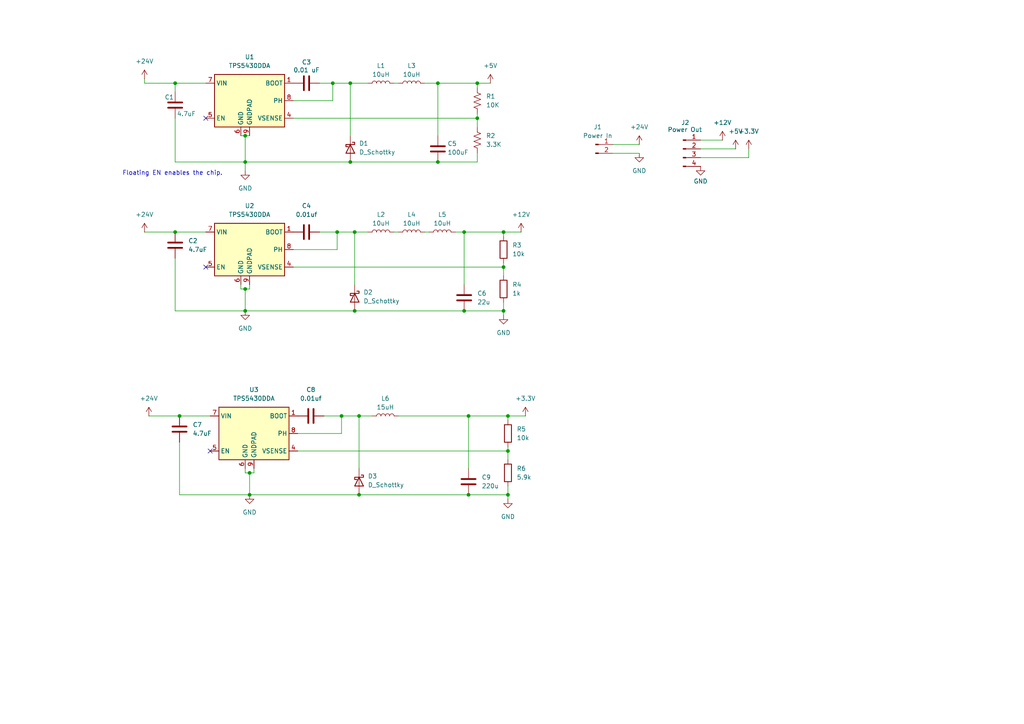
<source format=kicad_sch>
(kicad_sch (version 20250114) (generator "eeschema") (generator_version "9.0")
  (paper "A4")
  (title_block (date "2024-11-14") (company "UW Huskysat") (comment 1 "Tracy, Maria, Phina, David"))
  (lib_symbols
    (symbol "Connector:Conn_01x02_Pin" (pin_names (offset 1.016) (hide yes))
      (property "Reference" "J" (at 0 2.54 0))
      (property "Value" "Conn_01x02_Pin" (at 0 -5.08 0))
      (symbol "Conn_01x02_Pin_1_1"
        (rectangle (start 0.8636 0.127) (end 0 -0.127) (stroke (width 0.1524)) (fill (type outline)))
        (rectangle (start 0.8636 -2.413) (end 0 -2.667) (stroke (width 0.1524)) (fill (type outline)))
        (polyline (pts (xy 1.27 0) (xy 0.8636 0)) (stroke (width 0.1524)))
        (polyline (pts (xy 1.27 -2.54) (xy 0.8636 -2.54)) (stroke (width 0.1524)))
        (pin passive line (at 5.08 0 180) (length 3.81) (name "Pin_1") (number "1"))
        (pin passive line (at 5.08 -2.54 180) (length 3.81) (name "Pin_2") (number "2"))
      )
    )
    (symbol "Connector:Conn_01x04_Pin" (pin_names (offset 1.016) (hide yes))
      (property "Reference" "J" (at 0 5.08 0))
      (property "Value" "Conn_01x04_Pin" (at 0 -7.62 0))
      (symbol "Conn_01x04_Pin_1_1"
        (rectangle (start 0.8636 2.667) (end 0 2.413) (stroke (width 0.1524)) (fill (type outline)))
        (rectangle (start 0.8636 0.127) (end 0 -0.127) (stroke (width 0.1524)) (fill (type outline)))
        (rectangle (start 0.8636 -2.413) (end 0 -2.667) (stroke (width 0.1524)) (fill (type outline)))
        (rectangle (start 0.8636 -4.953) (end 0 -5.207) (stroke (width 0.1524)) (fill (type outline)))
        (polyline (pts (xy 1.27 2.54) (xy 0.8636 2.54)) (stroke (width 0.1524)))
        (polyline (pts (xy 1.27 0) (xy 0.8636 0)) (stroke (width 0.1524)))
        (polyline (pts (xy 1.27 -2.54) (xy 0.8636 -2.54)) (stroke (width 0.1524)))
        (polyline (pts (xy 1.27 -5.08) (xy 0.8636 -5.08)) (stroke (width 0.1524)))
        (pin passive line (at 5.08 2.54 180) (length 3.81) (name "Pin_1") (number "1"))
        (pin passive line (at 5.08 0 180) (length 3.81) (name "Pin_2") (number "2"))
        (pin passive line (at 5.08 -2.54 180) (length 3.81) (name "Pin_3") (number "3"))
        (pin passive line (at 5.08 -5.08 180) (length 3.81) (name "Pin_4") (number "4"))
      )
    )
    (symbol "Device:C" (pin_numbers (hide yes)) (pin_names (offset 0.254))
      (property "Reference" "C" (at 0.635 2.54 0))
      (property "Value" "C" (at 0.635 -2.54 0))
      (symbol "C_0_1"
        (polyline (pts (xy -2.032 0.762) (xy 2.032 0.762)) (stroke (width 0.508)))
        (polyline (pts (xy -2.032 -0.762) (xy 2.032 -0.762)) (stroke (width 0.508)))
      )
      (symbol "C_1_1"
        (pin passive line (at 0 3.81 270) (length 2.794) (name "~") (number "1"))
        (pin passive line (at 0 -3.81 90) (length 2.794) (name "~") (number "2"))
      )
    )
    (symbol "Device:D_Schottky" (pin_numbers (hide yes)) (pin_names (offset 1.016) (hide yes))
      (property "Reference" "D" (at 0 2.54 0))
      (property "Value" "D_Schottky" (at 0 -2.54 0))
      (symbol "D_Schottky_0_1"
        (polyline (pts (xy -1.905 0.635) (xy -1.905 1.27) (xy -1.27 1.27) (xy -1.27 -1.27) (xy -0.635 -1.27) (xy -0.635 -0.635)) (stroke (width 0.254)))
        (polyline (pts (xy 1.27 1.27) (xy 1.27 -1.27) (xy -1.27 0) (xy 1.27 1.27)) (stroke (width 0.254)))
        (polyline (pts (xy 1.27 0) (xy -1.27 0)))
      )
      (symbol "D_Schottky_1_1"
        (pin passive line (at -3.81 0 0) (length 2.54) (name "K") (number "1"))
        (pin passive line (at 3.81 0 180) (length 2.54) (name "A") (number "2"))
      )
    )
    (symbol "Device:L" (pin_numbers (hide yes)) (pin_names (offset 1.016) (hide yes))
      (property "Reference" "L" (at -1.27 0 90))
      (property "Value" "L" (at 1.905 0 90))
      (symbol "L_0_1"
        (arc (start 0 2.54) (mid 0.6323 1.905) (end 0 1.27))
        (arc (start 0 1.27) (mid 0.6323 0.635) (end 0 0))
        (arc (start 0 0) (mid 0.6323 -0.635) (end 0 -1.27))
        (arc (start 0 -1.27) (mid 0.6323 -1.905) (end 0 -2.54))
      )
      (symbol "L_1_1"
        (pin passive line (at 0 3.81 270) (length 1.27) (name "1") (number "1"))
        (pin passive line (at 0 -3.81 90) (length 1.27) (name "2") (number "2"))
      )
    )
    (symbol "Device:R" (pin_numbers (hide yes)) (pin_names (offset 0))
      (property "Reference" "R" (at 2.032 0 90))
      (property "Value" "R" (at 0 0 90))
      (symbol "R_0_1"
        (rectangle (start -1.016 -2.54) (end 1.016 2.54) (stroke (width 0.254)))
      )
      (symbol "R_1_1"
        (pin passive line (at 0 3.81 270) (length 1.27) (name "~") (number "1"))
        (pin passive line (at 0 -3.81 90) (length 1.27) (name "~") (number "2"))
      )
    )
    (symbol "Device:R_US" (pin_numbers (hide yes)) (pin_names (offset 0))
      (property "Reference" "R" (at 2.54 0 90))
      (property "Value" "R_US" (at -2.54 0 90))
      (symbol "R_US_0_1"
        (polyline (pts (xy 0 2.286) (xy 0 2.54)))
        (polyline (pts (xy 0 2.286) (xy 1.016 1.905) (xy 0 1.524) (xy -1.016 1.143) (xy 0 0.762)))
        (polyline (pts (xy 0 0.762) (xy 1.016 0.381) (xy 0 0) (xy -1.016 -0.381) (xy 0 -0.762)))
        (polyline (pts (xy 0 -0.762) (xy 1.016 -1.143) (xy 0 -1.524) (xy -1.016 -1.905) (xy 0 -2.286)))
        (polyline (pts (xy 0 -2.286) (xy 0 -2.54)))
      )
      (symbol "R_US_1_1"
        (pin passive line (at 0 3.81 270) (length 1.27) (name "~") (number "1"))
        (pin passive line (at 0 -3.81 90) (length 1.27) (name "~") (number "2"))
      )
    )
    (symbol "GND_1" (power) (pin_names (offset 0))
      (property "Value" "GND" (at 0 -3.81 0))
      (symbol "GND_1_0_1"
        (polyline (pts (xy 0 0) (xy 0 -1.27) (xy 1.27 -1.27) (xy 0 -2.54) (xy -1.27 -1.27) (xy 0 -1.27)))
      )
      (symbol "GND_1_1_1"
        (pin power_in line (at 0 0 270) (length 0) (hide yes) (name "GND") (number "1"))
      )
    )
    (symbol "Regulator_Switching:TPS5430DDA"
      (property "Reference" "U" (at -10.16 8.89 0))
      (property "Value" "TPS5430DDA" (at -1.27 8.89 0))
      (symbol "TPS5430DDA_0_1"
        (rectangle (start -10.16 7.62) (end 10.16 -7.62) (stroke (width 0.254)) (fill (type background)))
      )
      (symbol "TPS5430DDA_1_1"
        (pin power_in line (at -12.7 5.08 0) (length 2.54) (name "VIN") (number "7"))
        (pin input line (at -12.7 -5.08 0) (length 2.54) (name "EN") (number "5"))
        (pin no_connect line (at -10.16 2.54 0) (length 2.54) (hide yes) (name "NC") (number "2"))
        (pin no_connect line (at -10.16 -2.54 0) (length 2.54) (hide yes) (name "NC") (number "3"))
        (pin power_in line (at -2.54 -10.16 90) (length 2.54) (name "GND") (number "6"))
        (pin power_in line (at 0 -10.16 90) (length 2.54) (name "GNDPAD") (number "9"))
        (pin input line (at 12.7 5.08 180) (length 2.54) (name "BOOT") (number "1"))
        (pin output line (at 12.7 0 180) (length 2.54) (name "PH") (number "8"))
        (pin input line (at 12.7 -5.08 180) (length 2.54) (name "VSENSE") (number "4"))
      )
    )
    (symbol "power:+12V" (power) (pin_numbers (hide yes)) (pin_names (offset 0) (hide yes))
      (property "Value" "+12V" (at 0 3.556 0))
      (symbol "+12V_0_1"
        (polyline (pts (xy -0.762 1.27) (xy 0 2.54)))
        (polyline (pts (xy 0 2.54) (xy 0.762 1.27)))
        (polyline (pts (xy 0 0) (xy 0 2.54)))
      )
      (symbol "+12V_1_1"
        (pin power_in line (at 0 0 90) (length 0) (name "~") (number "1"))
      )
    )
    (symbol "power:+24V" (power) (pin_numbers (hide yes)) (pin_names (offset 0) (hide yes))
      (property "Value" "+24V" (at 0 3.556 0))
      (symbol "+24V_0_1"
        (polyline (pts (xy -0.762 1.27) (xy 0 2.54)))
        (polyline (pts (xy 0 2.54) (xy 0.762 1.27)))
        (polyline (pts (xy 0 0) (xy 0 2.54)))
      )
      (symbol "+24V_1_1"
        (pin power_in line (at 0 0 90) (length 0) (name "~") (number "1"))
      )
    )
    (symbol "power:+5V" (power) (pin_numbers (hide yes)) (pin_names (offset 0) (hide yes))
      (property "Value" "+5V" (at 0 3.556 0))
      (symbol "+5V_0_1"
        (polyline (pts (xy -0.762 1.27) (xy 0 2.54)))
        (polyline (pts (xy 0 2.54) (xy 0.762 1.27)))
        (polyline (pts (xy 0 0) (xy 0 2.54)))
      )
      (symbol "+5V_1_1"
        (pin power_in line (at 0 0 90) (length 0) (name "~") (number "1"))
      )
    )
    (symbol "power:GND" (power) (pin_numbers (hide yes)) (pin_names (offset 0) (hide yes))
      (property "Value" "GND" (at 0 -3.81 0))
      (symbol "GND_0_1"
        (polyline (pts (xy 0 0) (xy 0 -1.27) (xy 1.27 -1.27) (xy 0 -2.54) (xy -1.27 -1.27) (xy 0 -1.27)))
      )
      (symbol "GND_1_1"
        (pin power_in line (at 0 0 270) (length 0) (name "~") (number "1"))
      )
    )
  )
  (text "Floating EN enables the chip." (at 50.038 50.292 0) (effects (font (size 1.27 1.27))))
  (junction (at 135.89 143.51))
  (junction (at 52.07 120.65))
  (junction (at 127 24.13))
  (junction (at 101.6 46.99))
  (junction (at 135.89 120.65))
  (junction (at 50.8 24.13))
  (junction (at 99.06 120.65))
  (junction (at 138.43 34.29))
  (junction (at 138.43 24.13))
  (junction (at 147.32 120.65))
  (junction (at 127 46.99))
  (junction (at 72.39 137.16))
  (junction (at 71.12 83.82))
  (junction (at 104.14 143.51))
  (junction (at 104.14 120.65))
  (junction (at 134.62 67.31))
  (junction (at 71.12 39.37))
  (junction (at 146.05 77.47))
  (junction (at 97.79 67.31))
  (junction (at 101.6 24.13))
  (junction (at 71.12 90.17))
  (junction (at 72.39 143.51))
  (junction (at 102.87 90.17))
  (junction (at 147.32 130.81))
  (junction (at 96.52 24.13))
  (junction (at 146.05 67.31))
  (junction (at 71.12 46.99))
  (junction (at 147.32 143.51))
  (junction (at 50.8 67.31))
  (junction (at 102.87 67.31))
  (junction (at 134.62 90.17))
  (junction (at 146.05 90.17))
  (no_connect (at 60.96 130.81))
  (no_connect (at 59.69 34.29))
  (no_connect (at 59.69 77.47))
  (wire (pts (xy 97.79 72.39) (xy 97.79 67.31)))
  (wire (pts (xy 203.2 40.64) (xy 209.55 40.64)))
  (wire (pts (xy 146.05 80.01) (xy 146.05 77.47)))
  (wire (pts (xy 50.8 74.93) (xy 50.8 90.17)))
  (wire (pts (xy 114.3 24.13) (xy 115.57 24.13)))
  (wire (pts (xy 123.19 24.13) (xy 127 24.13)))
  (wire (pts (xy 147.32 133.35) (xy 147.32 130.81)))
  (wire (pts (xy 71.12 46.99) (xy 71.12 39.37)))
  (wire (pts (xy 73.66 135.89) (xy 73.66 137.16)))
  (wire (pts (xy 138.43 33.02) (xy 138.43 34.29)))
  (wire (pts (xy 147.32 140.97) (xy 147.32 143.51)))
  (wire (pts (xy 104.14 143.51) (xy 135.89 143.51)))
  (wire (pts (xy 135.89 143.51) (xy 147.32 143.51)))
  (wire (pts (xy 86.36 125.73) (xy 99.06 125.73)))
  (wire (pts (xy 177.8 44.45) (xy 185.42 44.45)))
  (wire (pts (xy 101.6 39.37) (xy 101.6 24.13)))
  (wire (pts (xy 85.09 34.29) (xy 138.43 34.29)))
  (wire (pts (xy 96.52 24.13) (xy 96.52 29.21)))
  (wire (pts (xy 147.32 120.65) (xy 152.4 120.65)))
  (wire (pts (xy 127 24.13) (xy 127 39.37)))
  (wire (pts (xy 102.87 67.31) (xy 102.87 82.55)))
  (wire (pts (xy 114.3 67.31) (xy 115.57 67.31)))
  (wire (pts (xy 72.39 143.51) (xy 104.14 143.51)))
  (wire (pts (xy 138.43 24.13) (xy 138.43 25.4)))
  (wire (pts (xy 97.79 67.31) (xy 102.87 67.31)))
  (wire (pts (xy 138.43 44.45) (xy 138.43 46.99)))
  (wire (pts (xy 217.17 45.72) (xy 217.17 43.18)))
  (wire (pts (xy 146.05 87.63) (xy 146.05 90.17)))
  (wire (pts (xy 123.19 67.31) (xy 124.46 67.31)))
  (wire (pts (xy 69.85 83.82) (xy 71.12 83.82)))
  (wire (pts (xy 147.32 129.54) (xy 147.32 130.81)))
  (wire (pts (xy 71.12 83.82) (xy 71.12 90.17)))
  (wire (pts (xy 71.12 83.82) (xy 72.39 83.82)))
  (wire (pts (xy 50.8 34.29) (xy 50.8 46.99)))
  (wire (pts (xy 52.07 128.27) (xy 52.07 143.51)))
  (wire (pts (xy 85.09 72.39) (xy 97.79 72.39)))
  (wire (pts (xy 101.6 46.99) (xy 127 46.99)))
  (wire (pts (xy 127 24.13) (xy 138.43 24.13)))
  (wire (pts (xy 92.71 67.31) (xy 97.79 67.31)))
  (wire (pts (xy 72.39 137.16) (xy 73.66 137.16)))
  (wire (pts (xy 50.8 90.17) (xy 71.12 90.17)))
  (wire (pts (xy 41.91 22.86) (xy 41.91 24.13)))
  (wire (pts (xy 135.89 120.65) (xy 147.32 120.65)))
  (wire (pts (xy 134.62 67.31) (xy 134.62 82.55)))
  (wire (pts (xy 101.6 24.13) (xy 106.68 24.13)))
  (wire (pts (xy 71.12 46.99) (xy 101.6 46.99)))
  (wire (pts (xy 71.12 39.37) (xy 69.85 39.37)))
  (wire (pts (xy 99.06 125.73) (xy 99.06 120.65)))
  (wire (pts (xy 115.57 120.65) (xy 135.89 120.65)))
  (wire (pts (xy 146.05 90.17) (xy 146.05 91.44)))
  (wire (pts (xy 104.14 120.65) (xy 104.14 135.89)))
  (wire (pts (xy 177.8 41.91) (xy 185.42 41.91)))
  (wire (pts (xy 104.14 120.65) (xy 107.95 120.65)))
  (wire (pts (xy 96.52 24.13) (xy 101.6 24.13)))
  (wire (pts (xy 146.05 67.31) (xy 151.13 67.31)))
  (wire (pts (xy 71.12 39.37) (xy 72.39 39.37)))
  (wire (pts (xy 134.62 90.17) (xy 146.05 90.17)))
  (wire (pts (xy 102.87 67.31) (xy 106.68 67.31)))
  (wire (pts (xy 146.05 76.2) (xy 146.05 77.47)))
  (wire (pts (xy 69.85 82.55) (xy 69.85 83.82)))
  (wire (pts (xy 52.07 120.65) (xy 60.96 120.65)))
  (wire (pts (xy 85.09 29.21) (xy 96.52 29.21)))
  (wire (pts (xy 71.12 135.89) (xy 71.12 137.16)))
  (wire (pts (xy 134.62 67.31) (xy 146.05 67.31)))
  (wire (pts (xy 86.36 130.81) (xy 147.32 130.81)))
  (wire (pts (xy 99.06 120.65) (xy 104.14 120.65)))
  (wire (pts (xy 138.43 34.29) (xy 138.43 36.83)))
  (wire (pts (xy 41.91 67.31) (xy 50.8 67.31)))
  (wire (pts (xy 50.8 24.13) (xy 59.69 24.13)))
  (wire (pts (xy 50.8 24.13) (xy 50.8 26.67)))
  (wire (pts (xy 50.8 67.31) (xy 59.69 67.31)))
  (wire (pts (xy 132.08 67.31) (xy 134.62 67.31)))
  (wire (pts (xy 71.12 137.16) (xy 72.39 137.16)))
  (wire (pts (xy 135.89 120.65) (xy 135.89 135.89)))
  (wire (pts (xy 72.39 137.16) (xy 72.39 143.51)))
  (wire (pts (xy 43.18 120.65) (xy 52.07 120.65)))
  (wire (pts (xy 138.43 24.13) (xy 142.24 24.13)))
  (wire (pts (xy 72.39 82.55) (xy 72.39 83.82)))
  (wire (pts (xy 146.05 68.58) (xy 146.05 67.31)))
  (wire (pts (xy 85.09 77.47) (xy 146.05 77.47)))
  (wire (pts (xy 102.87 90.17) (xy 134.62 90.17)))
  (wire (pts (xy 203.2 45.72) (xy 217.17 45.72)))
  (wire (pts (xy 93.98 120.65) (xy 99.06 120.65)))
  (wire (pts (xy 127 46.99) (xy 138.43 46.99)))
  (wire (pts (xy 50.8 46.99) (xy 71.12 46.99)))
  (wire (pts (xy 41.91 24.13) (xy 50.8 24.13)))
  (wire (pts (xy 92.71 24.13) (xy 96.52 24.13)))
  (wire (pts (xy 147.32 143.51) (xy 147.32 144.78)))
  (wire (pts (xy 71.12 49.53) (xy 71.12 46.99)))
  (wire (pts (xy 71.12 90.17) (xy 102.87 90.17)))
  (wire (pts (xy 147.32 121.92) (xy 147.32 120.65)))
  (wire (pts (xy 52.07 143.51) (xy 72.39 143.51)))
  (wire (pts (xy 203.2 43.18) (xy 213.36 43.18)))
  (symbol (lib_id "Device:L") (at 119.38 24.13 90) (unit 1)
    (property "Reference" "L3" (at 119.38 19.05 90))
    (property "Value" "10uH" (at 119.38 21.59 90))
    (property "Footprint" "Inductor_SMD:L_Changjiang_FXL0630" (effects (hide yes)))
    (property "LCSC" "C167223" (effects (hide yes)))
  )
  (symbol (lib_id "power:GND") (at 185.42 44.45 0) (unit 1)
    (property "Reference" "#PWR09" (effects (hide yes)))
    (property "Value" "GND" (at 185.42 49.53 0))
    (property "Description" "Power symbol creates a global label with name \"GND\" , ground" (effects (hide yes)))
  )
  (symbol (lib_id "Device:L") (at 119.38 67.31 90) (unit 1)
    (property "Reference" "L4" (at 119.38 62.23 90))
    (property "Value" "10uH" (at 119.38 64.77 90))
    (property "Footprint" "Inductor_SMD:L_Changjiang_FXL0630" (effects (hide yes)))
    (property "LCSC" "C167223" (effects (hide yes)))
  )
  (symbol (lib_id "Device:C") (at 88.9 24.13 90) (unit 1)
    (property "Reference" "C3" (at 88.9 18.034 90))
    (property "Value" "0.01 uF" (at 88.9 20.32 90))
    (property "Footprint" "Capacitor_SMD:C_0603_1608Metric" (effects (hide yes)))
    (property "Description" "Unpolarized capacitor" (effects (hide yes)))
    (property "LCSC" "C1589" (effects (hide yes)))
  )
  (symbol (lib_name "GND_1") (lib_id "power:GND") (at 146.05 91.44 0) (unit 1)
    (property "Reference" "#PWR06" (effects (hide yes)))
    (property "Value" "GND" (at 146.05 96.52 0))
  )
  (symbol (lib_id "power:+12V") (at 151.13 67.31 0) (unit 1)
    (property "Reference" "#PWR07" (effects (hide yes)))
    (property "Value" "+12V" (at 151.13 62.23 0))
    (property "Description" "Power symbol creates a global label with name \"+12V\"" (effects (hide yes)))
  )
  (symbol (lib_id "Regulator_Switching:TPS5430DDA") (at 73.66 125.73 0) (unit 1)
    (property "Reference" "U3" (at 73.66 113.03 0))
    (property "Value" "TPS5430DDA" (at 73.66 115.57 0))
    (property "Footprint" "Package_SO:TI_SO-PowerPAD-8_ThermalVias" (effects (hide yes)))
    (property "Datasheet" "http://www.ti.com/lit/ds/symlink/tps5430.pdf" (effects (hide yes)))
    (property "LCSC" "C9864" (effects (hide yes)))
  )
  (symbol (lib_id "Connector:Conn_01x02_Pin") (at 172.72 41.91 0) (unit 1)
    (property "Reference" "J1" (at 173.355 36.83 0))
    (property "Value" "Power In" (at 173.355 39.37 0))
    (property "Footprint" "Connector_PinHeader_2.54mm:PinHeader_1x02_P2.54mm_Vertical" (effects (hide yes)))
    (property "Description" "Generic connector, single row, 01x02, script generated" (effects (hide yes)))
  )
  (symbol (lib_id "power:+12V") (at 152.4 120.65 0) (unit 1)
    (property "Reference" "#PWR016" (effects (hide yes)))
    (property "Value" "+3.3V" (at 152.4 115.57 0))
    (property "Description" "Power symbol creates a global label with name \"+12V\"" (effects (hide yes)))
  )
  (symbol (lib_id "power:+5V") (at 213.36 43.18 0) (unit 1)
    (property "Reference" "#PWR012" (effects (hide yes)))
    (property "Value" "+5V" (at 213.36 38.1 0))
    (property "Description" "Power symbol creates a global label with name \"+5V\"" (effects (hide yes)))
  )
  (symbol (lib_id "power:+5V") (at 142.24 24.13 0) (unit 1)
    (property "Reference" "#PWR05" (effects (hide yes)))
    (property "Value" "+5V" (at 142.24 19.05 0))
    (property "Description" "Power symbol creates a global label with name \"+5V\"" (effects (hide yes)))
  )
  (symbol (lib_id "Device:L") (at 110.49 24.13 90) (unit 1)
    (property "Reference" "L1" (at 110.49 19.05 90))
    (property "Value" "10uH" (at 110.49 21.59 90))
    (property "Footprint" "Inductor_SMD:L_Changjiang_FXL0630" (effects (hide yes)))
    (property "LCSC" "C167223" (effects (hide yes)))
  )
  (symbol (lib_id "Device:D_Schottky") (at 101.6 43.18 270) (unit 1)
    (property "Reference" "D1" (at 104.14 41.5924 90) (effects (justify left)))
    (property "Value" "D_Schottky" (at 104.14 44.1324 90) (effects (justify left)))
    (property "Footprint" "Diode_SMD:D_SOD-323" (effects (hide yes)))
    (property "Description" "Schottky diode" (effects (hide yes)))
    (property "LCSC" "C191023" (effects (hide yes)))
  )
  (symbol (lib_id "Regulator_Switching:TPS5430DDA") (at 72.39 29.21 0) (unit 1)
    (property "Reference" "U1" (at 72.39 16.51 0))
    (property "Value" "TPS5430DDA" (at 72.39 19.05 0))
    (property "Footprint" "Package_SO:TI_SO-PowerPAD-8_ThermalVias" (effects (hide yes)))
    (property "Datasheet" "http://www.ti.com/lit/ds/symlink/tps5430.pdf" (effects (hide yes)))
    (property "Description" "3A, Step Down Swift Converter, Adjustable Output Voltage, 5.5-36V Input Voltage, PowerSO-8" (effects (hide yes)))
    (property "LCSC" "C9864" (effects (hide yes)))
  )
  (symbol (lib_id "Device:C") (at 52.07 124.46 0) (unit 1)
    (property "Reference" "C7" (at 55.88 123.1899 0) (effects (justify left)))
    (property "Value" "4.7uF" (at 55.88 125.7299 0) (effects (justify left)))
    (property "Footprint" "Capacitor_SMD:C_0805_2012Metric" (effects (hide yes)))
    (property "Description" "Unpolarized Capacitor" (effects (hide yes)))
    (property "LCSC" "C1779" (effects (hide yes)))
  )
  (symbol (lib_id "Device:R_US") (at 138.43 29.21 0) (unit 1)
    (property "Reference" "R1" (at 140.97 27.9399 0) (effects (justify left)))
    (property "Value" "10K" (at 140.97 30.4799 0) (effects (justify left)))
    (property "Footprint" "Resistor_SMD:R_0603_1608Metric" (effects (hide yes)))
    (property "Description" "Resistor, US symbol" (effects (hide yes)))
    (property "LCSC" "C15401" (effects (hide yes)))
  )
  (symbol (lib_id "power:+24V") (at 41.91 67.31 0) (unit 1)
    (property "Reference" "#PWR02" (effects (hide yes)))
    (property "Value" "+24V" (at 41.91 62.23 0))
    (property "Description" "Power symbol creates a global label with name \"+24V\"" (effects (hide yes)))
  )
  (symbol (lib_id "Device:C") (at 134.62 86.36 180) (unit 1)
    (property "Reference" "C6" (at 138.43 85.09 0) (effects (justify right)))
    (property "Value" "22u" (at 138.43 87.63 0) (effects (justify right)))
    (property "Footprint" "Capacitor_SMD:C_0805_2012Metric" (effects (hide yes)))
    (property "LCSC" "C45783" (effects (hide yes)))
  )
  (symbol (lib_id "Device:R") (at 146.05 83.82 0) (unit 1)
    (property "Reference" "R4" (at 148.59 82.55 0) (effects (justify left)))
    (property "Value" "1k" (at 148.59 85.09 0) (effects (justify left)))
    (property "Footprint" "Resistor_SMD:R_1206_3216Metric" (effects (hide yes)))
    (property "LCSC" "C4410" (effects (hide yes)))
  )
  (symbol (lib_id "Regulator_Switching:TPS5430DDA") (at 72.39 72.39 0) (unit 1)
    (property "Reference" "U2" (at 72.39 59.69 0))
    (property "Value" "TPS5430DDA" (at 72.39 62.23 0))
    (property "Footprint" "Package_SO:TI_SO-PowerPAD-8_ThermalVias" (effects (hide yes)))
    (property "Datasheet" "http://www.ti.com/lit/ds/symlink/tps5430.pdf" (effects (hide yes)))
    (property "LCSC" "C9864" (effects (hide yes)))
  )
  (symbol (lib_id "power:GND") (at 72.39 143.51 0) (unit 1)
    (property "Reference" "#PWR014" (effects (hide yes)))
    (property "Value" "GND" (at 72.39 148.59 0))
    (property "Description" "Power symbol creates a global label with name \"GND\" , ground" (effects (hide yes)))
  )
  (symbol (lib_id "Device:R") (at 146.05 72.39 0) (unit 1)
    (property "Reference" "R3" (at 148.59 71.12 0) (effects (justify left)))
    (property "Value" "10k" (at 148.59 73.66 0) (effects (justify left)))
    (property "Footprint" "Resistor_SMD:R_0603_1608Metric" (effects (hide yes)))
    (property "LCSC" "C15401" (effects (hide yes)))
  )
  (symbol (lib_id "Device:L") (at 110.49 67.31 90) (unit 1)
    (property "Reference" "L2" (at 110.49 62.23 90))
    (property "Value" "10uH" (at 110.49 64.77 90))
    (property "Footprint" "Inductor_SMD:L_Changjiang_FXL0630" (effects (hide yes)))
    (property "LCSC" "C167223" (effects (hide yes)))
  )
  (symbol (lib_id "Device:D_Schottky") (at 104.14 139.7 270) (unit 1)
    (property "Reference" "D3" (at 106.68 138.1124 90) (effects (justify left)))
    (property "Value" "D_Schottky" (at 106.68 140.6524 90) (effects (justify left)))
    (property "Footprint" "Diode_SMD:D_SOD-323" (effects (hide yes)))
    (property "Description" "Schottky diode" (effects (hide yes)))
    (property "LCSC" "C191023" (effects (hide yes)))
  )
  (symbol (lib_id "Device:L") (at 128.27 67.31 90) (unit 1)
    (property "Reference" "L5" (at 128.27 62.23 90))
    (property "Value" "10uH" (at 128.27 64.77 90))
    (property "Footprint" "Inductor_SMD:L_Changjiang_FXL0630" (effects (hide yes)))
    (property "LCSC" "C167223" (effects (hide yes)))
  )
  (symbol (lib_name "GND_1") (lib_id "power:GND") (at 147.32 144.78 0) (unit 1)
    (property "Reference" "#PWR015" (effects (hide yes)))
    (property "Value" "GND" (at 147.32 149.86 0))
  )
  (symbol (lib_id "power:+24V") (at 43.18 120.65 0) (unit 1)
    (property "Reference" "#PWR01" (effects (hide yes)))
    (property "Value" "+24V" (at 43.18 115.57 0))
    (property "Description" "Power symbol creates a global label with name \"+24V\"" (effects (hide yes)))
  )
  (symbol (lib_id "Device:C") (at 127 43.18 0) (unit 1)
    (property "Reference" "C5" (at 129.794 41.656 0) (effects (justify left)))
    (property "Value" "100uF" (at 129.794 44.196 0) (effects (justify left)))
    (property "Footprint" "Capacitor_SMD:C_Elec_6.3x7.7" (effects (hide yes)))
    (property "Description" "Unpolarized capacitor" (effects (hide yes)))
    (property "LCSC" "C2836437" (effects (hide yes)))
  )
  (symbol (lib_id "Device:C") (at 90.17 120.65 90) (unit 1)
    (property "Reference" "C8" (at 90.17 113.03 90))
    (property "Value" "0.01uf" (at 90.17 115.57 90))
    (property "Footprint" "Capacitor_SMD:C_0603_1608Metric" (effects (hide yes)))
    (property "LCSC" "C1589" (effects (hide yes)))
  )
  (symbol (lib_id "Device:L") (at 111.76 120.65 90) (unit 1)
    (property "Reference" "L6" (at 111.76 115.57 90))
    (property "Value" "15uH" (at 111.76 118.11 90))
    (property "Footprint" "Inductor_SMD:L_Changjiang_FXL0630" (effects (hide yes)))
    (property "LCSC" "C40000" (effects (hide yes)))
  )
  (symbol (lib_id "Device:R_US") (at 138.43 40.64 0) (unit 1)
    (property "Reference" "R2" (at 140.97 39.3699 0) (effects (justify left)))
    (property "Value" "3.3K" (at 140.97 41.9099 0) (effects (justify left)))
    (property "Footprint" "Resistor_SMD:R_1206_3216Metric" (effects (hide yes)))
    (property "Description" "Resistor, US symbol" (effects (hide yes)))
    (property "LCSC" "C26041" (effects (hide yes)))
  )
  (symbol (lib_id "power:+12V") (at 209.55 40.64 0) (unit 1)
    (property "Reference" "#PWR011" (effects (hide yes)))
    (property "Value" "+12V" (at 209.55 35.56 0))
    (property "Description" "Power symbol creates a global label with name \"+12V\"" (effects (hide yes)))
  )
  (symbol (lib_id "power:+24V") (at 185.42 41.91 0) (unit 1)
    (property "Reference" "#PWR08" (effects (hide yes)))
    (property "Value" "+24V" (at 185.42 36.83 0))
    (property "Description" "Power symbol creates a global label with name \"+24V\"" (effects (hide yes)))
  )
  (symbol (lib_id "Device:C") (at 88.9 67.31 90) (unit 1)
    (property "Reference" "C4" (at 88.9 59.69 90))
    (property "Value" "0.01uf" (at 88.9 62.23 90))
    (property "Footprint" "Capacitor_SMD:C_0603_1608Metric" (effects (hide yes)))
    (property "LCSC" "C1589" (effects (hide yes)))
  )
  (symbol (lib_id "power:GND") (at 71.12 90.17 0) (unit 1)
    (property "Reference" "#PWR04" (effects (hide yes)))
    (property "Value" "GND" (at 71.12 95.25 0))
    (property "Description" "Power symbol creates a global label with name \"GND\" , ground" (effects (hide yes)))
  )
  (symbol (lib_id "Device:R") (at 147.32 137.16 0) (unit 1)
    (property "Reference" "R6" (at 149.86 135.8899 0) (effects (justify left)))
    (property "Value" "5.9k" (at 149.86 138.4299 0) (effects (justify left)))
    (property "Footprint" "Resistor_SMD:R_1206_3216Metric" (effects (hide yes)))
    (property "LCSC" "C488883" (effects (hide yes)))
  )
  (symbol (lib_id "Device:R") (at 147.32 125.73 0) (unit 1)
    (property "Reference" "R5" (at 149.86 124.4599 0) (effects (justify left)))
    (property "Value" "10k" (at 149.86 126.9999 0) (effects (justify left)))
    (property "Footprint" "Resistor_SMD:R_0603_1608Metric" (effects (hide yes)))
    (property "LCSC" "C15401" (effects (hide yes)))
  )
  (symbol (lib_id "Device:C") (at 50.8 30.48 0) (unit 1)
    (property "Reference" "C1" (at 47.752 28.194 0) (effects (justify left)))
    (property "Value" "4.7uF" (at 51.308 33.02 0) (effects (justify left)))
    (property "Footprint" "Capacitor_SMD:C_0805_2012Metric" (effects (hide yes)))
    (property "Description" "Unpolarized capacitor" (effects (hide yes)))
    (property "LCSC" "C1779" (effects (hide yes)))
  )
  (symbol (lib_id "Device:D_Schottky") (at 102.87 86.36 270) (unit 1)
    (property "Reference" "D2" (at 105.41 84.7724 90) (effects (justify left)))
    (property "Value" "D_Schottky" (at 105.41 87.3124 90) (effects (justify left)))
    (property "Footprint" "Diode_SMD:D_SOD-323" (effects (hide yes)))
    (property "Description" "Schottky diode" (effects (hide yes)))
    (property "LCSC" "C191023" (effects (hide yes)))
  )
  (symbol (lib_id "power:+24V") (at 41.91 22.86 0) (unit 1)
    (property "Reference" "#PWR013" (effects (hide yes)))
    (property "Value" "+24V" (at 41.91 17.78 0))
    (property "Description" "Power symbol creates a global label with name \"+24V\"" (effects (hide yes)))
  )
  (symbol (lib_id "power:GND") (at 203.2 48.26 0) (unit 1)
    (property "Reference" "#PWR010" (effects (hide yes)))
    (property "Value" "GND" (at 203.2 52.578 0))
    (property "Description" "Power symbol creates a global label with name \"GND\" , ground" (effects (hide yes)))
  )
  (symbol (lib_id "Device:C") (at 135.89 139.7 180) (unit 1)
    (property "Reference" "C9" (at 139.7 138.43 0) (effects (justify right)))
    (property "Value" "220u" (at 139.7 140.97 0) (effects (justify right)))
    (property "Footprint" "Capacitor_SMD:C_0805_2012Metric" (effects (hide yes)))
    (property "LCSC" "C125977" (effects (hide yes)))
  )
  (symbol (lib_id "power:GND") (at 71.12 49.53 0) (unit 1)
    (property "Reference" "#PWR03" (effects (hide yes)))
    (property "Value" "GND" (at 71.12 54.61 0))
    (property "Description" "Power symbol creates a global label with name \"GND\" , ground" (effects (hide yes)))
  )
  (symbol (lib_id "Device:C") (at 50.8 71.12 0) (unit 1)
    (property "Reference" "C2" (at 54.61 69.85 0) (effects (justify left)))
    (property "Value" "4.7uF" (at 54.61 72.39 0) (effects (justify left)))
    (property "Footprint" "Capacitor_SMD:C_0805_2012Metric" (effects (hide yes)))
    (property "Description" "Unpolarized Capacitor" (effects (hide yes)))
    (property "LCSC" "C1779" (effects (hide yes)))
  )
  (symbol (lib_id "Connector:Conn_01x04_Pin") (at 198.12 43.18 0) (unit 1)
    (property "Reference" "J2" (at 198.755 35.56 0))
    (property "Value" "Power Out" (at 198.628 37.592 0))
    (property "Footprint" "Connector_PinHeader_2.54mm:PinHeader_1x04_P2.54mm_Vertical" (effects (hide yes)))
    (property "Description" "Generic connector, single row, 01x04, script generated" (effects (hide yes)))
  )
  (symbol (lib_id "power:+5V") (at 217.17 43.18 0) (unit 1)
    (property "Reference" "#PWR017" (effects (hide yes)))
    (property "Value" "+3.3V" (at 217.17 38.1 0))
    (property "Description" "Power symbol creates a global label with name \"+5V\"" (effects (hide yes)))
  )
)
</source>
